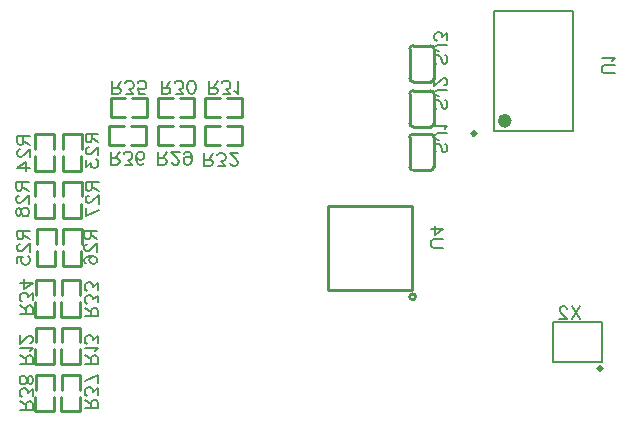
<source format=gbo>
G04 Layer: BottomSilkLayer*
G04 EasyEDA v6.3.43, 2020-05-10T20:22:00+02:00*
G04 8efef6a7772f454f874d1fefd099d7f4,c718b20e53f548e3abf3144c64a63f4f,10*
G04 Gerber Generator version 0.2*
G04 Scale: 100 percent, Rotated: No, Reflected: No *
G04 Dimensions in millimeters *
G04 leading zeros omitted , absolute positions ,3 integer and 3 decimal *
%FSLAX33Y33*%
%MOMM*%
G90*
G71D02*

%ADD10C,0.254000*%
%ADD16C,0.599999*%
%ADD44C,0.203200*%
%ADD50C,0.299999*%
%ADD51C,0.152400*%
%ADD53C,0.200000*%

%LPD*%
G54D44*
G01X59600Y19000D02*
G01X55400Y19000D01*
G01X55400Y22400D01*
G01X59600Y22400D01*
G01X59600Y19000D01*
G54D10*
G01X13895Y38298D02*
G01X15495Y38298D01*
G01X15490Y36448D02*
G01X15490Y35198D01*
G01X13890Y36448D02*
G01X13890Y35198D01*
G01X15495Y37048D02*
G01X15495Y38298D01*
G01X13895Y37048D02*
G01X13895Y38298D01*
G01X13890Y35198D02*
G01X15490Y35198D01*
G01X29050Y41400D02*
G01X29050Y39800D01*
G01X27199Y39805D02*
G01X25949Y39805D01*
G01X27199Y41405D02*
G01X25949Y41405D01*
G01X27800Y39800D02*
G01X29050Y39800D01*
G01X27800Y41400D02*
G01X29050Y41400D01*
G01X25949Y41405D02*
G01X25949Y39805D01*
G01X11599Y21949D02*
G01X13199Y21949D01*
G01X13194Y20099D02*
G01X13194Y18849D01*
G01X11594Y20099D02*
G01X11594Y18849D01*
G01X13199Y20699D02*
G01X13199Y21949D01*
G01X11599Y20699D02*
G01X11599Y21949D01*
G01X11594Y18849D02*
G01X13194Y18849D01*
G01X29049Y39001D02*
G01X29049Y37401D01*
G01X27198Y37406D02*
G01X25948Y37406D01*
G01X27198Y39006D02*
G01X25948Y39006D01*
G01X27799Y37401D02*
G01X29049Y37401D01*
G01X27799Y39001D02*
G01X29049Y39001D01*
G01X25948Y39006D02*
G01X25948Y37406D01*
G01X13799Y25949D02*
G01X15399Y25949D01*
G01X15394Y24099D02*
G01X15394Y22849D01*
G01X13794Y24099D02*
G01X13794Y22849D01*
G01X15399Y24699D02*
G01X15399Y25949D01*
G01X13799Y24699D02*
G01X13799Y25949D01*
G01X13794Y22849D02*
G01X15394Y22849D01*
G01X11599Y25949D02*
G01X13199Y25949D01*
G01X13194Y24099D02*
G01X13194Y22849D01*
G01X11594Y24099D02*
G01X11594Y22849D01*
G01X13199Y24699D02*
G01X13199Y25949D01*
G01X11599Y24699D02*
G01X11599Y25949D01*
G01X11594Y22849D02*
G01X13194Y22849D01*
G01X11693Y30298D02*
G01X13293Y30298D01*
G01X13288Y28448D02*
G01X13288Y27198D01*
G01X11688Y28448D02*
G01X11688Y27198D01*
G01X13293Y29048D02*
G01X13293Y30298D01*
G01X11693Y29048D02*
G01X11693Y30298D01*
G01X11688Y27198D02*
G01X13288Y27198D01*
G01X13893Y30298D02*
G01X15493Y30298D01*
G01X15488Y28448D02*
G01X15488Y27198D01*
G01X13888Y28448D02*
G01X13888Y27198D01*
G01X15493Y29048D02*
G01X15493Y30298D01*
G01X13893Y29048D02*
G01X13893Y30298D01*
G01X13888Y27198D02*
G01X15488Y27198D01*
G01X21050Y41400D02*
G01X21050Y39800D01*
G01X19200Y39805D02*
G01X17950Y39805D01*
G01X19200Y41405D02*
G01X17950Y41405D01*
G01X19800Y39800D02*
G01X21050Y39800D01*
G01X19800Y41400D02*
G01X21050Y41400D01*
G01X17950Y41405D02*
G01X17950Y39805D01*
G01X20949Y39000D02*
G01X20949Y37400D01*
G01X19098Y37405D02*
G01X17848Y37405D01*
G01X19098Y39005D02*
G01X17848Y39005D01*
G01X19699Y37400D02*
G01X20949Y37400D01*
G01X19699Y39000D02*
G01X20949Y39000D01*
G01X17848Y39005D02*
G01X17848Y37405D01*
G01X13799Y17949D02*
G01X15399Y17949D01*
G01X15394Y16099D02*
G01X15394Y14849D01*
G01X13794Y16099D02*
G01X13794Y14849D01*
G01X15399Y16699D02*
G01X15399Y17949D01*
G01X13799Y16699D02*
G01X13799Y17949D01*
G01X13794Y14849D02*
G01X15394Y14849D01*
G01X11599Y17949D02*
G01X13199Y17949D01*
G01X13194Y16099D02*
G01X13194Y14849D01*
G01X11594Y16099D02*
G01X11594Y14849D01*
G01X13199Y16699D02*
G01X13199Y17949D01*
G01X11599Y16699D02*
G01X11599Y17949D01*
G01X11594Y14849D02*
G01X13194Y14849D01*
G01X13893Y34298D02*
G01X15493Y34298D01*
G01X15488Y32448D02*
G01X15488Y31198D01*
G01X13888Y32448D02*
G01X13888Y31198D01*
G01X15493Y33048D02*
G01X15493Y34298D01*
G01X13893Y33048D02*
G01X13893Y34298D01*
G01X13888Y31198D02*
G01X15488Y31198D01*
G01X11593Y34298D02*
G01X13193Y34298D01*
G01X13188Y32448D02*
G01X13188Y31198D01*
G01X11588Y32448D02*
G01X11588Y31198D01*
G01X13193Y33048D02*
G01X13193Y34298D01*
G01X11593Y33048D02*
G01X11593Y34298D01*
G01X11588Y31198D02*
G01X13188Y31198D01*
G01X11593Y38298D02*
G01X13193Y38298D01*
G01X13188Y36448D02*
G01X13188Y35198D01*
G01X11588Y36448D02*
G01X11588Y35198D01*
G01X13193Y37048D02*
G01X13193Y38298D01*
G01X11593Y37048D02*
G01X11593Y38298D01*
G01X11588Y35198D02*
G01X13188Y35198D01*
G01X13799Y21949D02*
G01X15399Y21949D01*
G01X15394Y20099D02*
G01X15394Y18849D01*
G01X13794Y20099D02*
G01X13794Y18849D01*
G01X15399Y20699D02*
G01X15399Y21949D01*
G01X13799Y20699D02*
G01X13799Y21949D01*
G01X13794Y18849D02*
G01X15394Y18849D01*
G01X25049Y38999D02*
G01X25049Y37399D01*
G01X23198Y37405D02*
G01X21948Y37405D01*
G01X23198Y39005D02*
G01X21948Y39005D01*
G01X23799Y37399D02*
G01X25049Y37399D01*
G01X23799Y38999D02*
G01X25049Y38999D01*
G01X21948Y39005D02*
G01X21948Y37405D01*
G01X25049Y41400D02*
G01X25049Y39800D01*
G01X23198Y39805D02*
G01X21948Y39805D01*
G01X23198Y41405D02*
G01X21948Y41405D01*
G01X23799Y39800D02*
G01X25049Y39800D01*
G01X23799Y41400D02*
G01X25049Y41400D01*
G01X21948Y41405D02*
G01X21948Y39805D01*
G54D53*
G01X56821Y38554D02*
G01X50421Y38554D01*
G01X50421Y48755D01*
G01X57121Y48755D01*
G01X57121Y38554D01*
G01X56821Y38554D01*
G54D10*
G01X43280Y45560D02*
G01X43280Y43020D01*
G01X43534Y45814D02*
G01X45058Y45814D01*
G01X43534Y42766D02*
G01X45058Y42766D01*
G01X45312Y43020D02*
G01X45312Y45560D01*
G01X43280Y41750D02*
G01X43280Y39210D01*
G01X43534Y42004D02*
G01X45058Y42004D01*
G01X43534Y38956D02*
G01X45058Y38956D01*
G01X45312Y39210D02*
G01X45312Y41750D01*
G01X43280Y38067D02*
G01X43280Y35527D01*
G01X43534Y38321D02*
G01X45058Y38321D01*
G01X43534Y35273D02*
G01X45058Y35273D01*
G01X45312Y35527D02*
G01X45312Y38067D01*
G01X43456Y25651D02*
G01X43456Y32255D01*
G01X36344Y32255D01*
G01X36344Y25143D01*
G01X43456Y25143D01*
G01X43456Y25651D01*
G54D51*
G01X57708Y23753D02*
G01X56981Y22663D01*
G01X56981Y23753D02*
G01X57708Y22663D01*
G01X56585Y23494D02*
G01X56585Y23545D01*
G01X56534Y23649D01*
G01X56481Y23702D01*
G01X56377Y23753D01*
G01X56171Y23753D01*
G01X56067Y23702D01*
G01X56013Y23649D01*
G01X55963Y23545D01*
G01X55963Y23440D01*
G01X56013Y23336D01*
G01X56118Y23181D01*
G01X56638Y22663D01*
G01X55909Y22663D01*
G01X15840Y38348D02*
G01X16931Y38348D01*
G01X15840Y38348D02*
G01X15840Y37881D01*
G01X15892Y37725D01*
G01X15944Y37673D01*
G01X16048Y37621D01*
G01X16152Y37621D01*
G01X16256Y37673D01*
G01X16308Y37725D01*
G01X16360Y37881D01*
G01X16360Y38348D01*
G01X16360Y37984D02*
G01X16931Y37621D01*
G01X16100Y37226D02*
G01X16048Y37226D01*
G01X15944Y37174D01*
G01X15892Y37122D01*
G01X15840Y37018D01*
G01X15840Y36810D01*
G01X15892Y36706D01*
G01X15944Y36654D01*
G01X16048Y36603D01*
G01X16152Y36603D01*
G01X16256Y36654D01*
G01X16412Y36758D01*
G01X16931Y37278D01*
G01X16931Y36551D01*
G01X15840Y36104D02*
G01X15840Y35532D01*
G01X16256Y35844D01*
G01X16256Y35688D01*
G01X16308Y35584D01*
G01X16360Y35532D01*
G01X16515Y35480D01*
G01X16619Y35480D01*
G01X16775Y35532D01*
G01X16879Y35636D01*
G01X16931Y35792D01*
G01X16931Y35948D01*
G01X16879Y36104D01*
G01X16827Y36156D01*
G01X16723Y36208D01*
G01X26301Y41746D02*
G01X26301Y42837D01*
G01X26301Y41746D02*
G01X26768Y41746D01*
G01X26924Y41798D01*
G01X26976Y41850D01*
G01X27028Y41954D01*
G01X27028Y42058D01*
G01X26976Y42162D01*
G01X26924Y42214D01*
G01X26768Y42266D01*
G01X26301Y42266D01*
G01X26664Y42266D02*
G01X27028Y42837D01*
G01X27475Y41746D02*
G01X28046Y41746D01*
G01X27734Y42162D01*
G01X27890Y42162D01*
G01X27994Y42214D01*
G01X28046Y42266D01*
G01X28098Y42422D01*
G01X28098Y42526D01*
G01X28046Y42682D01*
G01X27942Y42785D01*
G01X27786Y42837D01*
G01X27631Y42837D01*
G01X27475Y42785D01*
G01X27423Y42734D01*
G01X27371Y42630D01*
G01X28441Y41954D02*
G01X28545Y41902D01*
G01X28701Y41746D01*
G01X28701Y42837D01*
G01X11353Y18899D02*
G01X10262Y18899D01*
G01X11353Y18899D02*
G01X11353Y19367D01*
G01X11301Y19523D01*
G01X11249Y19575D01*
G01X11145Y19627D01*
G01X11041Y19627D01*
G01X10937Y19575D01*
G01X10885Y19523D01*
G01X10833Y19367D01*
G01X10833Y18899D01*
G01X10833Y19263D02*
G01X10262Y19627D01*
G01X11145Y19970D02*
G01X11197Y20074D01*
G01X11353Y20229D01*
G01X10262Y20229D01*
G01X11093Y20624D02*
G01X11145Y20624D01*
G01X11249Y20676D01*
G01X11301Y20728D01*
G01X11353Y20832D01*
G01X11353Y21040D01*
G01X11301Y21144D01*
G01X11249Y21196D01*
G01X11145Y21248D01*
G01X11041Y21248D01*
G01X10937Y21196D01*
G01X10781Y21092D01*
G01X10262Y20572D01*
G01X10262Y21300D01*
G01X25900Y35646D02*
G01X25900Y36737D01*
G01X25900Y35646D02*
G01X26367Y35646D01*
G01X26523Y35698D01*
G01X26575Y35750D01*
G01X26627Y35854D01*
G01X26627Y35958D01*
G01X26575Y36062D01*
G01X26523Y36114D01*
G01X26367Y36166D01*
G01X25900Y36166D01*
G01X26263Y36166D02*
G01X26627Y36737D01*
G01X27074Y35646D02*
G01X27645Y35646D01*
G01X27334Y36062D01*
G01X27490Y36062D01*
G01X27593Y36114D01*
G01X27645Y36166D01*
G01X27697Y36322D01*
G01X27697Y36426D01*
G01X27645Y36581D01*
G01X27542Y36685D01*
G01X27386Y36737D01*
G01X27230Y36737D01*
G01X27074Y36685D01*
G01X27022Y36633D01*
G01X26970Y36529D01*
G01X28092Y35906D02*
G01X28092Y35854D01*
G01X28144Y35750D01*
G01X28196Y35698D01*
G01X28300Y35646D01*
G01X28508Y35646D01*
G01X28612Y35698D01*
G01X28664Y35750D01*
G01X28716Y35854D01*
G01X28716Y35958D01*
G01X28664Y36062D01*
G01X28560Y36218D01*
G01X28040Y36737D01*
G01X28768Y36737D01*
G01X16853Y22899D02*
G01X15762Y22899D01*
G01X16853Y22899D02*
G01X16853Y23367D01*
G01X16801Y23523D01*
G01X16749Y23575D01*
G01X16645Y23627D01*
G01X16541Y23627D01*
G01X16437Y23575D01*
G01X16385Y23523D01*
G01X16333Y23367D01*
G01X16333Y22899D01*
G01X16333Y23263D02*
G01X15762Y23627D01*
G01X16853Y24074D02*
G01X16853Y24645D01*
G01X16437Y24333D01*
G01X16437Y24489D01*
G01X16385Y24593D01*
G01X16333Y24645D01*
G01X16177Y24697D01*
G01X16074Y24697D01*
G01X15918Y24645D01*
G01X15814Y24541D01*
G01X15762Y24385D01*
G01X15762Y24229D01*
G01X15814Y24074D01*
G01X15866Y24022D01*
G01X15970Y23970D01*
G01X16853Y25144D02*
G01X16853Y25715D01*
G01X16437Y25404D01*
G01X16437Y25559D01*
G01X16385Y25663D01*
G01X16333Y25715D01*
G01X16177Y25767D01*
G01X16074Y25767D01*
G01X15918Y25715D01*
G01X15814Y25611D01*
G01X15762Y25456D01*
G01X15762Y25300D01*
G01X15814Y25144D01*
G01X15866Y25092D01*
G01X15970Y25040D01*
G01X11353Y23099D02*
G01X10262Y23099D01*
G01X11353Y23099D02*
G01X11353Y23567D01*
G01X11301Y23723D01*
G01X11249Y23775D01*
G01X11145Y23827D01*
G01X11041Y23827D01*
G01X10937Y23775D01*
G01X10885Y23723D01*
G01X10833Y23567D01*
G01X10833Y23099D01*
G01X10833Y23463D02*
G01X10262Y23827D01*
G01X11353Y24274D02*
G01X11353Y24845D01*
G01X10937Y24533D01*
G01X10937Y24689D01*
G01X10885Y24793D01*
G01X10833Y24845D01*
G01X10677Y24897D01*
G01X10574Y24897D01*
G01X10418Y24845D01*
G01X10314Y24741D01*
G01X10262Y24585D01*
G01X10262Y24429D01*
G01X10314Y24274D01*
G01X10366Y24222D01*
G01X10470Y24170D01*
G01X11353Y25759D02*
G01X10626Y25240D01*
G01X10626Y26019D01*
G01X11353Y25759D02*
G01X10262Y25759D01*
G01X10040Y30149D02*
G01X11131Y30149D01*
G01X10040Y30149D02*
G01X10040Y29681D01*
G01X10092Y29525D01*
G01X10144Y29473D01*
G01X10248Y29421D01*
G01X10352Y29421D01*
G01X10456Y29473D01*
G01X10508Y29525D01*
G01X10560Y29681D01*
G01X10560Y30149D01*
G01X10560Y29785D02*
G01X11131Y29421D01*
G01X10300Y29026D02*
G01X10248Y29026D01*
G01X10144Y28974D01*
G01X10092Y28922D01*
G01X10040Y28819D01*
G01X10040Y28611D01*
G01X10092Y28507D01*
G01X10144Y28455D01*
G01X10248Y28403D01*
G01X10352Y28403D01*
G01X10456Y28455D01*
G01X10612Y28559D01*
G01X11131Y29078D01*
G01X11131Y28351D01*
G01X10040Y27385D02*
G01X10040Y27904D01*
G01X10508Y27956D01*
G01X10456Y27904D01*
G01X10404Y27748D01*
G01X10404Y27592D01*
G01X10456Y27437D01*
G01X10560Y27333D01*
G01X10716Y27281D01*
G01X10820Y27281D01*
G01X10975Y27333D01*
G01X11079Y27437D01*
G01X11131Y27592D01*
G01X11131Y27748D01*
G01X11079Y27904D01*
G01X11027Y27956D01*
G01X10923Y28008D01*
G01X15740Y30149D02*
G01X16831Y30149D01*
G01X15740Y30149D02*
G01X15740Y29681D01*
G01X15792Y29525D01*
G01X15844Y29473D01*
G01X15948Y29421D01*
G01X16052Y29421D01*
G01X16156Y29473D01*
G01X16208Y29525D01*
G01X16259Y29681D01*
G01X16259Y30149D01*
G01X16259Y29785D02*
G01X16831Y29421D01*
G01X16000Y29026D02*
G01X15948Y29026D01*
G01X15844Y28974D01*
G01X15792Y28922D01*
G01X15740Y28819D01*
G01X15740Y28611D01*
G01X15792Y28507D01*
G01X15844Y28455D01*
G01X15948Y28403D01*
G01X16052Y28403D01*
G01X16156Y28455D01*
G01X16311Y28559D01*
G01X16831Y29078D01*
G01X16831Y28351D01*
G01X15896Y27385D02*
G01X15792Y27437D01*
G01X15740Y27592D01*
G01X15740Y27696D01*
G01X15792Y27852D01*
G01X15948Y27956D01*
G01X16208Y28008D01*
G01X16467Y28008D01*
G01X16675Y27956D01*
G01X16779Y27852D01*
G01X16831Y27696D01*
G01X16831Y27644D01*
G01X16779Y27489D01*
G01X16675Y27385D01*
G01X16519Y27333D01*
G01X16467Y27333D01*
G01X16311Y27385D01*
G01X16208Y27489D01*
G01X16156Y27644D01*
G01X16156Y27696D01*
G01X16208Y27852D01*
G01X16311Y27956D01*
G01X16467Y28008D01*
G01X18100Y41746D02*
G01X18100Y42837D01*
G01X18100Y41746D02*
G01X18567Y41746D01*
G01X18723Y41798D01*
G01X18775Y41850D01*
G01X18827Y41954D01*
G01X18827Y42058D01*
G01X18775Y42162D01*
G01X18723Y42214D01*
G01X18567Y42266D01*
G01X18100Y42266D01*
G01X18463Y42266D02*
G01X18827Y42837D01*
G01X19274Y41746D02*
G01X19845Y41746D01*
G01X19534Y42162D01*
G01X19690Y42162D01*
G01X19793Y42214D01*
G01X19845Y42266D01*
G01X19897Y42422D01*
G01X19897Y42526D01*
G01X19845Y42681D01*
G01X19741Y42785D01*
G01X19586Y42837D01*
G01X19430Y42837D01*
G01X19274Y42785D01*
G01X19222Y42733D01*
G01X19170Y42629D01*
G01X20864Y41746D02*
G01X20344Y41746D01*
G01X20292Y42214D01*
G01X20344Y42162D01*
G01X20500Y42110D01*
G01X20656Y42110D01*
G01X20812Y42162D01*
G01X20916Y42266D01*
G01X20968Y42422D01*
G01X20968Y42526D01*
G01X20916Y42681D01*
G01X20812Y42785D01*
G01X20656Y42837D01*
G01X20500Y42837D01*
G01X20344Y42785D01*
G01X20292Y42733D01*
G01X20240Y42629D01*
G01X18000Y35746D02*
G01X18000Y36837D01*
G01X18000Y35746D02*
G01X18467Y35746D01*
G01X18623Y35798D01*
G01X18675Y35850D01*
G01X18727Y35954D01*
G01X18727Y36058D01*
G01X18675Y36162D01*
G01X18623Y36214D01*
G01X18467Y36266D01*
G01X18000Y36266D01*
G01X18363Y36266D02*
G01X18727Y36837D01*
G01X19174Y35746D02*
G01X19745Y35746D01*
G01X19434Y36162D01*
G01X19590Y36162D01*
G01X19693Y36214D01*
G01X19745Y36266D01*
G01X19797Y36422D01*
G01X19797Y36526D01*
G01X19745Y36681D01*
G01X19641Y36785D01*
G01X19486Y36837D01*
G01X19330Y36837D01*
G01X19174Y36785D01*
G01X19122Y36733D01*
G01X19070Y36629D01*
G01X20764Y35902D02*
G01X20712Y35798D01*
G01X20556Y35746D01*
G01X20452Y35746D01*
G01X20296Y35798D01*
G01X20192Y35954D01*
G01X20140Y36214D01*
G01X20140Y36474D01*
G01X20192Y36681D01*
G01X20296Y36785D01*
G01X20452Y36837D01*
G01X20504Y36837D01*
G01X20660Y36785D01*
G01X20764Y36681D01*
G01X20816Y36526D01*
G01X20816Y36474D01*
G01X20764Y36318D01*
G01X20660Y36214D01*
G01X20504Y36162D01*
G01X20452Y36162D01*
G01X20296Y36214D01*
G01X20192Y36318D01*
G01X20140Y36474D01*
G01X16853Y15099D02*
G01X15762Y15099D01*
G01X16853Y15099D02*
G01X16853Y15567D01*
G01X16801Y15723D01*
G01X16749Y15775D01*
G01X16645Y15827D01*
G01X16541Y15827D01*
G01X16437Y15775D01*
G01X16385Y15723D01*
G01X16333Y15567D01*
G01X16333Y15099D01*
G01X16333Y15463D02*
G01X15762Y15827D01*
G01X16853Y16274D02*
G01X16853Y16845D01*
G01X16437Y16533D01*
G01X16437Y16689D01*
G01X16385Y16793D01*
G01X16333Y16845D01*
G01X16177Y16897D01*
G01X16074Y16897D01*
G01X15918Y16845D01*
G01X15814Y16741D01*
G01X15762Y16585D01*
G01X15762Y16429D01*
G01X15814Y16274D01*
G01X15866Y16222D01*
G01X15970Y16170D01*
G01X16853Y17967D02*
G01X15762Y17448D01*
G01X16853Y17240D02*
G01X16853Y17967D01*
G01X11353Y14999D02*
G01X10262Y14999D01*
G01X11353Y14999D02*
G01X11353Y15467D01*
G01X11301Y15623D01*
G01X11249Y15675D01*
G01X11145Y15727D01*
G01X11041Y15727D01*
G01X10937Y15675D01*
G01X10885Y15623D01*
G01X10833Y15467D01*
G01X10833Y14999D01*
G01X10833Y15363D02*
G01X10262Y15727D01*
G01X11353Y16174D02*
G01X11353Y16745D01*
G01X10937Y16433D01*
G01X10937Y16589D01*
G01X10885Y16693D01*
G01X10833Y16745D01*
G01X10677Y16797D01*
G01X10574Y16797D01*
G01X10418Y16745D01*
G01X10314Y16641D01*
G01X10262Y16485D01*
G01X10262Y16329D01*
G01X10314Y16174D01*
G01X10366Y16122D01*
G01X10470Y16070D01*
G01X11353Y17400D02*
G01X11301Y17244D01*
G01X11197Y17192D01*
G01X11093Y17192D01*
G01X10989Y17244D01*
G01X10937Y17348D01*
G01X10885Y17556D01*
G01X10833Y17711D01*
G01X10729Y17815D01*
G01X10626Y17867D01*
G01X10470Y17867D01*
G01X10366Y17815D01*
G01X10314Y17763D01*
G01X10262Y17607D01*
G01X10262Y17400D01*
G01X10314Y17244D01*
G01X10366Y17192D01*
G01X10470Y17140D01*
G01X10626Y17140D01*
G01X10729Y17192D01*
G01X10833Y17296D01*
G01X10885Y17452D01*
G01X10937Y17659D01*
G01X10989Y17763D01*
G01X11093Y17815D01*
G01X11197Y17815D01*
G01X11301Y17763D01*
G01X11353Y17607D01*
G01X11353Y17400D01*
G01X15841Y34249D02*
G01X16932Y34249D01*
G01X15841Y34249D02*
G01X15841Y33782D01*
G01X15893Y33626D01*
G01X15945Y33574D01*
G01X16049Y33522D01*
G01X16153Y33522D01*
G01X16257Y33574D01*
G01X16309Y33626D01*
G01X16361Y33782D01*
G01X16361Y34249D01*
G01X16361Y33886D02*
G01X16932Y33522D01*
G01X16101Y33127D02*
G01X16049Y33127D01*
G01X15945Y33075D01*
G01X15893Y33023D01*
G01X15841Y32919D01*
G01X15841Y32712D01*
G01X15893Y32608D01*
G01X15945Y32556D01*
G01X16049Y32504D01*
G01X16153Y32504D01*
G01X16257Y32556D01*
G01X16413Y32660D01*
G01X16932Y33179D01*
G01X16932Y32452D01*
G01X15841Y31382D02*
G01X16932Y31901D01*
G01X15841Y32109D02*
G01X15841Y31382D01*
G01X9940Y34248D02*
G01X11031Y34248D01*
G01X9940Y34248D02*
G01X9940Y33781D01*
G01X9992Y33625D01*
G01X10044Y33573D01*
G01X10148Y33521D01*
G01X10252Y33521D01*
G01X10356Y33573D01*
G01X10408Y33625D01*
G01X10460Y33781D01*
G01X10460Y34248D01*
G01X10460Y33885D02*
G01X11031Y33521D01*
G01X10200Y33126D02*
G01X10148Y33126D01*
G01X10044Y33074D01*
G01X9992Y33022D01*
G01X9940Y32918D01*
G01X9940Y32710D01*
G01X9992Y32606D01*
G01X10044Y32555D01*
G01X10148Y32503D01*
G01X10252Y32503D01*
G01X10356Y32555D01*
G01X10512Y32658D01*
G01X11031Y33178D01*
G01X11031Y32451D01*
G01X9940Y31848D02*
G01X9992Y32004D01*
G01X10096Y32056D01*
G01X10200Y32056D01*
G01X10304Y32004D01*
G01X10356Y31900D01*
G01X10408Y31692D01*
G01X10460Y31536D01*
G01X10564Y31432D01*
G01X10667Y31380D01*
G01X10823Y31380D01*
G01X10927Y31432D01*
G01X10979Y31484D01*
G01X11031Y31640D01*
G01X11031Y31848D01*
G01X10979Y32004D01*
G01X10927Y32056D01*
G01X10823Y32108D01*
G01X10667Y32108D01*
G01X10564Y32056D01*
G01X10460Y31952D01*
G01X10408Y31796D01*
G01X10356Y31588D01*
G01X10304Y31484D01*
G01X10200Y31432D01*
G01X10096Y31432D01*
G01X9992Y31484D01*
G01X9940Y31640D01*
G01X9940Y31848D01*
G01X10040Y38148D02*
G01X11131Y38148D01*
G01X10040Y38148D02*
G01X10040Y37681D01*
G01X10092Y37525D01*
G01X10144Y37473D01*
G01X10248Y37421D01*
G01X10352Y37421D01*
G01X10456Y37473D01*
G01X10508Y37525D01*
G01X10560Y37681D01*
G01X10560Y38148D01*
G01X10560Y37784D02*
G01X11131Y37421D01*
G01X10300Y37026D02*
G01X10248Y37026D01*
G01X10144Y36974D01*
G01X10092Y36922D01*
G01X10040Y36818D01*
G01X10040Y36610D01*
G01X10092Y36506D01*
G01X10144Y36454D01*
G01X10248Y36403D01*
G01X10352Y36403D01*
G01X10456Y36454D01*
G01X10612Y36558D01*
G01X11131Y37078D01*
G01X11131Y36351D01*
G01X10040Y35488D02*
G01X10767Y36008D01*
G01X10767Y35228D01*
G01X10040Y35488D02*
G01X11131Y35488D01*
G01X16853Y18899D02*
G01X15762Y18899D01*
G01X16853Y18899D02*
G01X16853Y19367D01*
G01X16801Y19523D01*
G01X16749Y19575D01*
G01X16645Y19627D01*
G01X16541Y19627D01*
G01X16437Y19575D01*
G01X16385Y19523D01*
G01X16333Y19367D01*
G01X16333Y18899D01*
G01X16333Y19263D02*
G01X15762Y19627D01*
G01X16645Y19970D02*
G01X16697Y20074D01*
G01X16853Y20229D01*
G01X15762Y20229D01*
G01X16853Y20676D02*
G01X16853Y21248D01*
G01X16437Y20936D01*
G01X16437Y21092D01*
G01X16385Y21196D01*
G01X16333Y21248D01*
G01X16177Y21300D01*
G01X16074Y21300D01*
G01X15918Y21248D01*
G01X15814Y21144D01*
G01X15762Y20988D01*
G01X15762Y20832D01*
G01X15814Y20676D01*
G01X15866Y20624D01*
G01X15970Y20572D01*
G01X22000Y35747D02*
G01X22000Y36838D01*
G01X22000Y35747D02*
G01X22468Y35747D01*
G01X22623Y35799D01*
G01X22675Y35851D01*
G01X22727Y35955D01*
G01X22727Y36059D01*
G01X22675Y36162D01*
G01X22623Y36214D01*
G01X22468Y36266D01*
G01X22000Y36266D01*
G01X22364Y36266D02*
G01X22727Y36838D01*
G01X23122Y36007D02*
G01X23122Y35955D01*
G01X23174Y35851D01*
G01X23226Y35799D01*
G01X23330Y35747D01*
G01X23538Y35747D01*
G01X23642Y35799D01*
G01X23694Y35851D01*
G01X23746Y35955D01*
G01X23746Y36059D01*
G01X23694Y36162D01*
G01X23590Y36318D01*
G01X23070Y36838D01*
G01X23798Y36838D01*
G01X24816Y36111D02*
G01X24764Y36266D01*
G01X24660Y36370D01*
G01X24504Y36422D01*
G01X24452Y36422D01*
G01X24296Y36370D01*
G01X24192Y36266D01*
G01X24141Y36111D01*
G01X24141Y36059D01*
G01X24192Y35903D01*
G01X24296Y35799D01*
G01X24452Y35747D01*
G01X24504Y35747D01*
G01X24660Y35799D01*
G01X24764Y35903D01*
G01X24816Y36111D01*
G01X24816Y36370D01*
G01X24764Y36630D01*
G01X24660Y36786D01*
G01X24504Y36838D01*
G01X24400Y36838D01*
G01X24244Y36786D01*
G01X24192Y36682D01*
G01X22300Y41746D02*
G01X22300Y42837D01*
G01X22300Y41746D02*
G01X22767Y41746D01*
G01X22923Y41798D01*
G01X22975Y41850D01*
G01X23027Y41954D01*
G01X23027Y42058D01*
G01X22975Y42162D01*
G01X22923Y42214D01*
G01X22767Y42266D01*
G01X22300Y42266D01*
G01X22663Y42266D02*
G01X23027Y42837D01*
G01X23474Y41746D02*
G01X24045Y41746D01*
G01X23734Y42162D01*
G01X23889Y42162D01*
G01X23993Y42214D01*
G01X24045Y42266D01*
G01X24097Y42422D01*
G01X24097Y42526D01*
G01X24045Y42681D01*
G01X23941Y42785D01*
G01X23786Y42837D01*
G01X23630Y42837D01*
G01X23474Y42785D01*
G01X23422Y42733D01*
G01X23370Y42629D01*
G01X24752Y41746D02*
G01X24596Y41798D01*
G01X24492Y41954D01*
G01X24440Y42214D01*
G01X24440Y42370D01*
G01X24492Y42629D01*
G01X24596Y42785D01*
G01X24752Y42837D01*
G01X24856Y42837D01*
G01X25012Y42785D01*
G01X25116Y42629D01*
G01X25168Y42370D01*
G01X25168Y42214D01*
G01X25116Y41954D01*
G01X25012Y41798D01*
G01X24856Y41746D01*
G01X24752Y41746D01*
G01X60641Y43463D02*
G01X59861Y43463D01*
G01X59706Y43514D01*
G01X59602Y43618D01*
G01X59551Y43776D01*
G01X59551Y43880D01*
G01X59602Y44035D01*
G01X59706Y44139D01*
G01X59861Y44190D01*
G01X60641Y44190D01*
G01X60432Y44533D02*
G01X60486Y44637D01*
G01X60641Y44794D01*
G01X59551Y44794D01*
G01X46310Y45016D02*
G01X46414Y44912D01*
G01X46465Y44757D01*
G01X46465Y44549D01*
G01X46414Y44394D01*
G01X46310Y44290D01*
G01X46206Y44290D01*
G01X46102Y44340D01*
G01X46048Y44394D01*
G01X45997Y44498D01*
G01X45893Y44810D01*
G01X45842Y44912D01*
G01X45789Y44965D01*
G01X45685Y45016D01*
G01X45530Y45016D01*
G01X45426Y44912D01*
G01X45375Y44757D01*
G01X45375Y44549D01*
G01X45426Y44394D01*
G01X45530Y44290D01*
G01X46465Y45880D02*
G01X45634Y45880D01*
G01X45477Y45826D01*
G01X45426Y45775D01*
G01X45375Y45671D01*
G01X45375Y45567D01*
G01X45426Y45463D01*
G01X45477Y45412D01*
G01X45634Y45359D01*
G01X45738Y45359D01*
G01X46465Y46327D02*
G01X46465Y46898D01*
G01X46048Y46586D01*
G01X46048Y46741D01*
G01X45997Y46845D01*
G01X45947Y46898D01*
G01X45789Y46949D01*
G01X45685Y46949D01*
G01X45530Y46898D01*
G01X45426Y46794D01*
G01X45375Y46639D01*
G01X45375Y46482D01*
G01X45426Y46327D01*
G01X45477Y46273D01*
G01X45581Y46222D01*
G01X46310Y41206D02*
G01X46414Y41102D01*
G01X46465Y40947D01*
G01X46465Y40739D01*
G01X46414Y40584D01*
G01X46310Y40480D01*
G01X46206Y40480D01*
G01X46102Y40530D01*
G01X46048Y40584D01*
G01X45997Y40688D01*
G01X45893Y41000D01*
G01X45842Y41102D01*
G01X45789Y41155D01*
G01X45685Y41206D01*
G01X45530Y41206D01*
G01X45426Y41102D01*
G01X45375Y40947D01*
G01X45375Y40739D01*
G01X45426Y40584D01*
G01X45530Y40480D01*
G01X46465Y42070D02*
G01X45634Y42070D01*
G01X45477Y42016D01*
G01X45426Y41965D01*
G01X45375Y41861D01*
G01X45375Y41757D01*
G01X45426Y41653D01*
G01X45477Y41602D01*
G01X45634Y41549D01*
G01X45738Y41549D01*
G01X46206Y42463D02*
G01X46256Y42463D01*
G01X46361Y42517D01*
G01X46414Y42567D01*
G01X46465Y42672D01*
G01X46465Y42880D01*
G01X46414Y42984D01*
G01X46361Y43035D01*
G01X46256Y43088D01*
G01X46152Y43088D01*
G01X46048Y43035D01*
G01X45893Y42931D01*
G01X45375Y42412D01*
G01X45375Y43139D01*
G01X46310Y37523D02*
G01X46414Y37419D01*
G01X46465Y37264D01*
G01X46465Y37056D01*
G01X46414Y36901D01*
G01X46310Y36797D01*
G01X46206Y36797D01*
G01X46102Y36847D01*
G01X46048Y36901D01*
G01X45997Y37005D01*
G01X45893Y37317D01*
G01X45842Y37419D01*
G01X45789Y37472D01*
G01X45685Y37523D01*
G01X45530Y37523D01*
G01X45426Y37419D01*
G01X45375Y37264D01*
G01X45375Y37056D01*
G01X45426Y36901D01*
G01X45530Y36797D01*
G01X46465Y38387D02*
G01X45634Y38387D01*
G01X45477Y38333D01*
G01X45426Y38282D01*
G01X45375Y38178D01*
G01X45375Y38074D01*
G01X45426Y37970D01*
G01X45477Y37919D01*
G01X45634Y37866D01*
G01X45738Y37866D01*
G01X46256Y38729D02*
G01X46310Y38834D01*
G01X46465Y38989D01*
G01X45375Y38989D01*
G01X46133Y28699D02*
G01X45353Y28699D01*
G01X45198Y28750D01*
G01X45094Y28854D01*
G01X45043Y29012D01*
G01X45043Y29116D01*
G01X45094Y29271D01*
G01X45198Y29375D01*
G01X45353Y29426D01*
G01X46133Y29426D01*
G01X46133Y30290D02*
G01X45406Y29769D01*
G01X45406Y30549D01*
G01X46133Y30290D02*
G01X45043Y30290D01*
G54D50*
G75*
G01X59400Y18650D02*
G02X59398Y18650I-1J-150D01*
G01*
G54D16*
G75*
G01X51621Y39455D02*
G02X51621Y39463I-300J4D01*
G01*
G54D50*
G75*
G01X48871Y38354D02*
G02X48871Y38357I-150J1D01*
G01*
G54D10*
G75*
G01X45312Y45560D02*
G03X45058Y45814I-254J0D01*
G01*
G75*
G01X45058Y42766D02*
G03X45312Y43020I0J254D01*
G01*
G75*
G01X43534Y42766D02*
G02X43280Y43020I0J254D01*
G01*
G75*
G01X43280Y45560D02*
G02X43534Y45814I254J0D01*
G01*
G75*
G01X45312Y41750D02*
G03X45058Y42004I-254J0D01*
G01*
G75*
G01X45058Y38956D02*
G03X45312Y39210I0J254D01*
G01*
G75*
G01X43534Y38956D02*
G02X43280Y39210I0J254D01*
G01*
G75*
G01X43280Y41750D02*
G02X43534Y42004I254J0D01*
G01*
G75*
G01X45312Y38067D02*
G03X45058Y38321I-254J0D01*
G01*
G75*
G01X45058Y35273D02*
G03X45312Y35527I0J254D01*
G01*
G75*
G01X43534Y35273D02*
G02X43280Y35527I0J254D01*
G01*
G75*
G01X43280Y38067D02*
G02X43534Y38321I254J0D01*
G01*
G75*
G01X43786Y24560D02*
G03X43786Y24560I-254J0D01*
G01*
M00*
M02*

</source>
